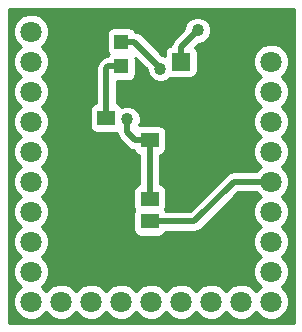
<source format=gbr>
G04 #@! TF.FileFunction,Copper,L2,Bot,Signal*
%FSLAX46Y46*%
G04 Gerber Fmt 4.6, Leading zero omitted, Abs format (unit mm)*
G04 Created by KiCad (PCBNEW 0.201512080931+6353~38~ubuntu14.04.1-stable) date Sun 13 Dec 2015 15:09:23 CET*
%MOMM*%
G01*
G04 APERTURE LIST*
%ADD10C,0.100000*%
%ADD11C,1.800000*%
%ADD12R,1.498600X1.300480*%
%ADD13R,1.501140X1.501140*%
%ADD14R,1.198880X1.198880*%
%ADD15C,1.035000*%
%ADD16C,0.254000*%
%ADD17C,0.500000*%
%ADD18C,0.250000*%
G04 APERTURE END LIST*
D10*
D11*
X138430000Y-92075000D03*
X138430000Y-94615000D03*
X138430000Y-97155000D03*
X138430000Y-99695000D03*
X138430000Y-102235000D03*
X138430000Y-104775000D03*
X138430000Y-107315000D03*
X138430000Y-109855000D03*
X138430000Y-112395000D03*
X138430000Y-114935000D03*
X140970000Y-114935000D03*
X143510000Y-114935000D03*
X146050000Y-114935000D03*
X148590000Y-114935000D03*
X151130000Y-114935000D03*
X153670000Y-114935000D03*
X156210000Y-114935000D03*
X158750000Y-112395000D03*
X158750000Y-109855000D03*
X158750000Y-107315000D03*
X158750000Y-104775000D03*
X158750000Y-102235000D03*
X158750000Y-99695000D03*
X158750000Y-97155000D03*
X158750000Y-94615000D03*
X158750000Y-114935000D03*
X158750000Y-92075000D03*
D12*
X148463000Y-108140500D03*
X148463000Y-106235500D03*
X148463000Y-101282500D03*
X148463000Y-99377500D03*
X144780000Y-99377500D03*
X144780000Y-101282500D03*
D13*
X151130000Y-94615000D03*
D14*
X146050000Y-92930980D03*
X146050000Y-95029020D03*
D15*
X153037314Y-109577890D03*
X140589000Y-111125000D03*
X146546812Y-99515018D03*
X149361914Y-95206706D03*
X152527000Y-91948000D03*
D16*
X145046700Y-101282500D02*
X144780000Y-101282500D01*
D17*
X148463000Y-101282500D02*
X148463000Y-106235500D01*
X146546812Y-100246873D02*
X146546812Y-99515018D01*
X146546812Y-100615612D02*
X146546812Y-100246873D01*
X148463000Y-101282500D02*
X147213700Y-101282500D01*
X147213700Y-101282500D02*
X146546812Y-100615612D01*
X149361914Y-95143454D02*
X149361914Y-95206706D01*
X147149440Y-92930980D02*
X149361914Y-95143454D01*
X146050000Y-92930980D02*
X147149440Y-92930980D01*
D16*
X146050000Y-93091000D02*
X146050000Y-92930980D01*
D17*
X151130000Y-94615000D02*
X151130000Y-93345000D01*
X151130000Y-93345000D02*
X152527000Y-91948000D01*
X146050000Y-95029020D02*
X144950560Y-95029020D01*
X144950560Y-95029020D02*
X144780000Y-95199580D01*
X144780000Y-95199580D02*
X144780000Y-98227260D01*
X144780000Y-98227260D02*
X144780000Y-99377500D01*
X155604098Y-104775000D02*
X152238598Y-108140500D01*
X152238598Y-108140500D02*
X148463000Y-108140500D01*
X158750000Y-104775000D02*
X155604098Y-104775000D01*
D18*
G36*
X160657000Y-116715000D02*
X136523000Y-116715000D01*
X136523000Y-92377011D01*
X136904735Y-92377011D01*
X137136414Y-92937715D01*
X137543323Y-93345335D01*
X137137921Y-93750029D01*
X136905265Y-94310328D01*
X136904735Y-94917011D01*
X137136414Y-95477715D01*
X137543323Y-95885335D01*
X137137921Y-96290029D01*
X136905265Y-96850328D01*
X136904735Y-97457011D01*
X137136414Y-98017715D01*
X137543323Y-98425335D01*
X137137921Y-98830029D01*
X136905265Y-99390328D01*
X136904735Y-99997011D01*
X137136414Y-100557715D01*
X137543323Y-100965335D01*
X137137921Y-101370029D01*
X136905265Y-101930328D01*
X136904735Y-102537011D01*
X137136414Y-103097715D01*
X137543323Y-103505335D01*
X137137921Y-103910029D01*
X136905265Y-104470328D01*
X136904735Y-105077011D01*
X137136414Y-105637715D01*
X137543323Y-106045335D01*
X137137921Y-106450029D01*
X136905265Y-107010328D01*
X136904735Y-107617011D01*
X137136414Y-108177715D01*
X137543323Y-108585335D01*
X137137921Y-108990029D01*
X136905265Y-109550328D01*
X136904735Y-110157011D01*
X137136414Y-110717715D01*
X137543323Y-111125335D01*
X137137921Y-111530029D01*
X136905265Y-112090328D01*
X136904735Y-112697011D01*
X137136414Y-113257715D01*
X137543323Y-113665335D01*
X137137921Y-114070029D01*
X136905265Y-114630328D01*
X136904735Y-115237011D01*
X137136414Y-115797715D01*
X137565029Y-116227079D01*
X138125328Y-116459735D01*
X138732011Y-116460265D01*
X139292715Y-116228586D01*
X139700335Y-115821677D01*
X140105029Y-116227079D01*
X140665328Y-116459735D01*
X141272011Y-116460265D01*
X141832715Y-116228586D01*
X142240335Y-115821677D01*
X142645029Y-116227079D01*
X143205328Y-116459735D01*
X143812011Y-116460265D01*
X144372715Y-116228586D01*
X144780335Y-115821677D01*
X145185029Y-116227079D01*
X145745328Y-116459735D01*
X146352011Y-116460265D01*
X146912715Y-116228586D01*
X147320335Y-115821677D01*
X147725029Y-116227079D01*
X148285328Y-116459735D01*
X148892011Y-116460265D01*
X149452715Y-116228586D01*
X149860335Y-115821677D01*
X150265029Y-116227079D01*
X150825328Y-116459735D01*
X151432011Y-116460265D01*
X151992715Y-116228586D01*
X152400335Y-115821677D01*
X152805029Y-116227079D01*
X153365328Y-116459735D01*
X153972011Y-116460265D01*
X154532715Y-116228586D01*
X154940335Y-115821677D01*
X155345029Y-116227079D01*
X155905328Y-116459735D01*
X156512011Y-116460265D01*
X157072715Y-116228586D01*
X157480335Y-115821677D01*
X157885029Y-116227079D01*
X158445328Y-116459735D01*
X159052011Y-116460265D01*
X159612715Y-116228586D01*
X160042079Y-115799971D01*
X160274735Y-115239672D01*
X160275265Y-114632989D01*
X160043586Y-114072285D01*
X159636677Y-113664665D01*
X160042079Y-113259971D01*
X160274735Y-112699672D01*
X160275265Y-112092989D01*
X160043586Y-111532285D01*
X159636677Y-111124665D01*
X160042079Y-110719971D01*
X160274735Y-110159672D01*
X160275265Y-109552989D01*
X160043586Y-108992285D01*
X159636677Y-108584665D01*
X160042079Y-108179971D01*
X160274735Y-107619672D01*
X160275265Y-107012989D01*
X160043586Y-106452285D01*
X159636677Y-106044665D01*
X160042079Y-105639971D01*
X160274735Y-105079672D01*
X160275265Y-104472989D01*
X160043586Y-103912285D01*
X159636677Y-103504665D01*
X160042079Y-103099971D01*
X160274735Y-102539672D01*
X160275265Y-101932989D01*
X160043586Y-101372285D01*
X159636677Y-100964665D01*
X160042079Y-100559971D01*
X160274735Y-99999672D01*
X160275265Y-99392989D01*
X160043586Y-98832285D01*
X159636677Y-98424665D01*
X160042079Y-98019971D01*
X160274735Y-97459672D01*
X160275265Y-96852989D01*
X160043586Y-96292285D01*
X159636677Y-95884665D01*
X160042079Y-95479971D01*
X160274735Y-94919672D01*
X160275265Y-94312989D01*
X160043586Y-93752285D01*
X159614971Y-93322921D01*
X159054672Y-93090265D01*
X158447989Y-93089735D01*
X157887285Y-93321414D01*
X157457921Y-93750029D01*
X157225265Y-94310328D01*
X157224735Y-94917011D01*
X157456414Y-95477715D01*
X157863323Y-95885335D01*
X157457921Y-96290029D01*
X157225265Y-96850328D01*
X157224735Y-97457011D01*
X157456414Y-98017715D01*
X157863323Y-98425335D01*
X157457921Y-98830029D01*
X157225265Y-99390328D01*
X157224735Y-99997011D01*
X157456414Y-100557715D01*
X157863323Y-100965335D01*
X157457921Y-101370029D01*
X157225265Y-101930328D01*
X157224735Y-102537011D01*
X157456414Y-103097715D01*
X157863323Y-103505335D01*
X157467968Y-103900000D01*
X155604098Y-103900000D01*
X155269250Y-103966605D01*
X154985380Y-104156281D01*
X151876162Y-107265500D01*
X149807252Y-107265500D01*
X149805963Y-107258649D01*
X149761331Y-107189289D01*
X149799338Y-107133664D01*
X149849544Y-106885740D01*
X149849544Y-105585260D01*
X149805963Y-105353649D01*
X149669081Y-105140928D01*
X149460224Y-104998222D01*
X149338000Y-104973471D01*
X149338000Y-102546332D01*
X149443911Y-102526403D01*
X149656632Y-102389521D01*
X149799338Y-102180664D01*
X149849544Y-101932740D01*
X149849544Y-100632260D01*
X149805963Y-100400649D01*
X149669081Y-100187928D01*
X149460224Y-100045222D01*
X149212300Y-99995016D01*
X147713700Y-99995016D01*
X147573637Y-100021371D01*
X147689113Y-99743272D01*
X147689510Y-99288758D01*
X147515941Y-98868689D01*
X147194831Y-98547018D01*
X146775066Y-98372717D01*
X146320552Y-98372320D01*
X146101772Y-98462718D01*
X145986081Y-98282928D01*
X145777224Y-98140222D01*
X145655000Y-98115471D01*
X145655000Y-96265704D01*
X146649440Y-96265704D01*
X146881051Y-96222123D01*
X147093772Y-96085241D01*
X147236478Y-95876384D01*
X147286684Y-95628460D01*
X147286684Y-94429580D01*
X147257962Y-94276939D01*
X148219386Y-95238363D01*
X148219216Y-95432966D01*
X148392785Y-95853035D01*
X148713895Y-96174706D01*
X149133660Y-96349007D01*
X149588174Y-96349404D01*
X150008243Y-96175835D01*
X150214936Y-95969503D01*
X150379430Y-96002814D01*
X151880570Y-96002814D01*
X152112181Y-95959233D01*
X152324902Y-95822351D01*
X152467608Y-95613494D01*
X152517814Y-95365570D01*
X152517814Y-93864430D01*
X152474233Y-93632819D01*
X152337351Y-93420098D01*
X152310610Y-93401827D01*
X152621853Y-93090583D01*
X152753260Y-93090698D01*
X153173329Y-92917129D01*
X153495000Y-92596019D01*
X153669301Y-92176254D01*
X153669698Y-91721740D01*
X153496129Y-91301671D01*
X153175019Y-90980000D01*
X152755254Y-90805699D01*
X152300740Y-90805302D01*
X151880671Y-90978871D01*
X151559000Y-91299981D01*
X151384699Y-91719746D01*
X151384583Y-91852981D01*
X150511282Y-92726282D01*
X150321605Y-93010152D01*
X150274507Y-93246929D01*
X150147819Y-93270767D01*
X149935098Y-93407649D01*
X149792392Y-93616506D01*
X149742186Y-93864430D01*
X149742186Y-94127528D01*
X149590168Y-94064405D01*
X149520241Y-94064344D01*
X147768158Y-92312262D01*
X147484288Y-92122585D01*
X147224420Y-92070894D01*
X147106221Y-91887208D01*
X146897364Y-91744502D01*
X146649440Y-91694296D01*
X145450560Y-91694296D01*
X145218949Y-91737877D01*
X145006228Y-91874759D01*
X144863522Y-92083616D01*
X144813316Y-92331540D01*
X144813316Y-93530420D01*
X144856897Y-93762031D01*
X144993779Y-93974752D01*
X145001356Y-93979929D01*
X144871685Y-94169709D01*
X144618859Y-94219999D01*
X144615712Y-94220625D01*
X144331841Y-94410302D01*
X144161282Y-94580862D01*
X143971605Y-94864732D01*
X143905000Y-95199580D01*
X143905000Y-98113668D01*
X143799089Y-98133597D01*
X143586368Y-98270479D01*
X143443662Y-98479336D01*
X143393456Y-98727260D01*
X143393456Y-100027740D01*
X143437037Y-100259351D01*
X143573919Y-100472072D01*
X143782776Y-100614778D01*
X144030700Y-100664984D01*
X145529300Y-100664984D01*
X145676137Y-100637355D01*
X145690640Y-100710265D01*
X145738417Y-100950460D01*
X145928094Y-101234330D01*
X146594982Y-101901218D01*
X146878852Y-102090895D01*
X147115056Y-102137879D01*
X147120037Y-102164351D01*
X147256919Y-102377072D01*
X147465776Y-102519778D01*
X147588000Y-102544529D01*
X147588000Y-104971668D01*
X147482089Y-104991597D01*
X147269368Y-105128479D01*
X147126662Y-105337336D01*
X147076456Y-105585260D01*
X147076456Y-106885740D01*
X147120037Y-107117351D01*
X147164669Y-107186711D01*
X147126662Y-107242336D01*
X147076456Y-107490260D01*
X147076456Y-108790740D01*
X147120037Y-109022351D01*
X147256919Y-109235072D01*
X147465776Y-109377778D01*
X147713700Y-109427984D01*
X149212300Y-109427984D01*
X149443911Y-109384403D01*
X149656632Y-109247521D01*
X149799338Y-109038664D01*
X149804029Y-109015500D01*
X152238598Y-109015500D01*
X152573446Y-108948895D01*
X152857316Y-108759218D01*
X155966535Y-105650000D01*
X157468678Y-105650000D01*
X157863323Y-106045335D01*
X157457921Y-106450029D01*
X157225265Y-107010328D01*
X157224735Y-107617011D01*
X157456414Y-108177715D01*
X157863323Y-108585335D01*
X157457921Y-108990029D01*
X157225265Y-109550328D01*
X157224735Y-110157011D01*
X157456414Y-110717715D01*
X157863323Y-111125335D01*
X157457921Y-111530029D01*
X157225265Y-112090328D01*
X157224735Y-112697011D01*
X157456414Y-113257715D01*
X157863323Y-113665335D01*
X157479665Y-114048323D01*
X157074971Y-113642921D01*
X156514672Y-113410265D01*
X155907989Y-113409735D01*
X155347285Y-113641414D01*
X154939665Y-114048323D01*
X154534971Y-113642921D01*
X153974672Y-113410265D01*
X153367989Y-113409735D01*
X152807285Y-113641414D01*
X152399665Y-114048323D01*
X151994971Y-113642921D01*
X151434672Y-113410265D01*
X150827989Y-113409735D01*
X150267285Y-113641414D01*
X149859665Y-114048323D01*
X149454971Y-113642921D01*
X148894672Y-113410265D01*
X148287989Y-113409735D01*
X147727285Y-113641414D01*
X147319665Y-114048323D01*
X146914971Y-113642921D01*
X146354672Y-113410265D01*
X145747989Y-113409735D01*
X145187285Y-113641414D01*
X144779665Y-114048323D01*
X144374971Y-113642921D01*
X143814672Y-113410265D01*
X143207989Y-113409735D01*
X142647285Y-113641414D01*
X142239665Y-114048323D01*
X141834971Y-113642921D01*
X141274672Y-113410265D01*
X140667989Y-113409735D01*
X140107285Y-113641414D01*
X139699665Y-114048323D01*
X139316677Y-113664665D01*
X139722079Y-113259971D01*
X139954735Y-112699672D01*
X139955265Y-112092989D01*
X139723586Y-111532285D01*
X139316677Y-111124665D01*
X139722079Y-110719971D01*
X139954735Y-110159672D01*
X139955265Y-109552989D01*
X139723586Y-108992285D01*
X139316677Y-108584665D01*
X139722079Y-108179971D01*
X139954735Y-107619672D01*
X139955265Y-107012989D01*
X139723586Y-106452285D01*
X139316677Y-106044665D01*
X139722079Y-105639971D01*
X139954735Y-105079672D01*
X139955265Y-104472989D01*
X139723586Y-103912285D01*
X139316677Y-103504665D01*
X139722079Y-103099971D01*
X139954735Y-102539672D01*
X139955265Y-101932989D01*
X139723586Y-101372285D01*
X139316677Y-100964665D01*
X139722079Y-100559971D01*
X139954735Y-99999672D01*
X139955265Y-99392989D01*
X139723586Y-98832285D01*
X139316677Y-98424665D01*
X139722079Y-98019971D01*
X139954735Y-97459672D01*
X139955265Y-96852989D01*
X139723586Y-96292285D01*
X139316677Y-95884665D01*
X139722079Y-95479971D01*
X139954735Y-94919672D01*
X139955265Y-94312989D01*
X139723586Y-93752285D01*
X139316677Y-93344665D01*
X139722079Y-92939971D01*
X139954735Y-92379672D01*
X139955265Y-91772989D01*
X139723586Y-91212285D01*
X139294971Y-90782921D01*
X138734672Y-90550265D01*
X138127989Y-90549735D01*
X137567285Y-90781414D01*
X137137921Y-91210029D01*
X136905265Y-91770328D01*
X136904735Y-92377011D01*
X136523000Y-92377011D01*
X136523000Y-90168000D01*
X160657000Y-90168000D01*
X160657000Y-116715000D01*
X160657000Y-116715000D01*
G37*
X160657000Y-116715000D02*
X136523000Y-116715000D01*
X136523000Y-92377011D01*
X136904735Y-92377011D01*
X137136414Y-92937715D01*
X137543323Y-93345335D01*
X137137921Y-93750029D01*
X136905265Y-94310328D01*
X136904735Y-94917011D01*
X137136414Y-95477715D01*
X137543323Y-95885335D01*
X137137921Y-96290029D01*
X136905265Y-96850328D01*
X136904735Y-97457011D01*
X137136414Y-98017715D01*
X137543323Y-98425335D01*
X137137921Y-98830029D01*
X136905265Y-99390328D01*
X136904735Y-99997011D01*
X137136414Y-100557715D01*
X137543323Y-100965335D01*
X137137921Y-101370029D01*
X136905265Y-101930328D01*
X136904735Y-102537011D01*
X137136414Y-103097715D01*
X137543323Y-103505335D01*
X137137921Y-103910029D01*
X136905265Y-104470328D01*
X136904735Y-105077011D01*
X137136414Y-105637715D01*
X137543323Y-106045335D01*
X137137921Y-106450029D01*
X136905265Y-107010328D01*
X136904735Y-107617011D01*
X137136414Y-108177715D01*
X137543323Y-108585335D01*
X137137921Y-108990029D01*
X136905265Y-109550328D01*
X136904735Y-110157011D01*
X137136414Y-110717715D01*
X137543323Y-111125335D01*
X137137921Y-111530029D01*
X136905265Y-112090328D01*
X136904735Y-112697011D01*
X137136414Y-113257715D01*
X137543323Y-113665335D01*
X137137921Y-114070029D01*
X136905265Y-114630328D01*
X136904735Y-115237011D01*
X137136414Y-115797715D01*
X137565029Y-116227079D01*
X138125328Y-116459735D01*
X138732011Y-116460265D01*
X139292715Y-116228586D01*
X139700335Y-115821677D01*
X140105029Y-116227079D01*
X140665328Y-116459735D01*
X141272011Y-116460265D01*
X141832715Y-116228586D01*
X142240335Y-115821677D01*
X142645029Y-116227079D01*
X143205328Y-116459735D01*
X143812011Y-116460265D01*
X144372715Y-116228586D01*
X144780335Y-115821677D01*
X145185029Y-116227079D01*
X145745328Y-116459735D01*
X146352011Y-116460265D01*
X146912715Y-116228586D01*
X147320335Y-115821677D01*
X147725029Y-116227079D01*
X148285328Y-116459735D01*
X148892011Y-116460265D01*
X149452715Y-116228586D01*
X149860335Y-115821677D01*
X150265029Y-116227079D01*
X150825328Y-116459735D01*
X151432011Y-116460265D01*
X151992715Y-116228586D01*
X152400335Y-115821677D01*
X152805029Y-116227079D01*
X153365328Y-116459735D01*
X153972011Y-116460265D01*
X154532715Y-116228586D01*
X154940335Y-115821677D01*
X155345029Y-116227079D01*
X155905328Y-116459735D01*
X156512011Y-116460265D01*
X157072715Y-116228586D01*
X157480335Y-115821677D01*
X157885029Y-116227079D01*
X158445328Y-116459735D01*
X159052011Y-116460265D01*
X159612715Y-116228586D01*
X160042079Y-115799971D01*
X160274735Y-115239672D01*
X160275265Y-114632989D01*
X160043586Y-114072285D01*
X159636677Y-113664665D01*
X160042079Y-113259971D01*
X160274735Y-112699672D01*
X160275265Y-112092989D01*
X160043586Y-111532285D01*
X159636677Y-111124665D01*
X160042079Y-110719971D01*
X160274735Y-110159672D01*
X160275265Y-109552989D01*
X160043586Y-108992285D01*
X159636677Y-108584665D01*
X160042079Y-108179971D01*
X160274735Y-107619672D01*
X160275265Y-107012989D01*
X160043586Y-106452285D01*
X159636677Y-106044665D01*
X160042079Y-105639971D01*
X160274735Y-105079672D01*
X160275265Y-104472989D01*
X160043586Y-103912285D01*
X159636677Y-103504665D01*
X160042079Y-103099971D01*
X160274735Y-102539672D01*
X160275265Y-101932989D01*
X160043586Y-101372285D01*
X159636677Y-100964665D01*
X160042079Y-100559971D01*
X160274735Y-99999672D01*
X160275265Y-99392989D01*
X160043586Y-98832285D01*
X159636677Y-98424665D01*
X160042079Y-98019971D01*
X160274735Y-97459672D01*
X160275265Y-96852989D01*
X160043586Y-96292285D01*
X159636677Y-95884665D01*
X160042079Y-95479971D01*
X160274735Y-94919672D01*
X160275265Y-94312989D01*
X160043586Y-93752285D01*
X159614971Y-93322921D01*
X159054672Y-93090265D01*
X158447989Y-93089735D01*
X157887285Y-93321414D01*
X157457921Y-93750029D01*
X157225265Y-94310328D01*
X157224735Y-94917011D01*
X157456414Y-95477715D01*
X157863323Y-95885335D01*
X157457921Y-96290029D01*
X157225265Y-96850328D01*
X157224735Y-97457011D01*
X157456414Y-98017715D01*
X157863323Y-98425335D01*
X157457921Y-98830029D01*
X157225265Y-99390328D01*
X157224735Y-99997011D01*
X157456414Y-100557715D01*
X157863323Y-100965335D01*
X157457921Y-101370029D01*
X157225265Y-101930328D01*
X157224735Y-102537011D01*
X157456414Y-103097715D01*
X157863323Y-103505335D01*
X157467968Y-103900000D01*
X155604098Y-103900000D01*
X155269250Y-103966605D01*
X154985380Y-104156281D01*
X151876162Y-107265500D01*
X149807252Y-107265500D01*
X149805963Y-107258649D01*
X149761331Y-107189289D01*
X149799338Y-107133664D01*
X149849544Y-106885740D01*
X149849544Y-105585260D01*
X149805963Y-105353649D01*
X149669081Y-105140928D01*
X149460224Y-104998222D01*
X149338000Y-104973471D01*
X149338000Y-102546332D01*
X149443911Y-102526403D01*
X149656632Y-102389521D01*
X149799338Y-102180664D01*
X149849544Y-101932740D01*
X149849544Y-100632260D01*
X149805963Y-100400649D01*
X149669081Y-100187928D01*
X149460224Y-100045222D01*
X149212300Y-99995016D01*
X147713700Y-99995016D01*
X147573637Y-100021371D01*
X147689113Y-99743272D01*
X147689510Y-99288758D01*
X147515941Y-98868689D01*
X147194831Y-98547018D01*
X146775066Y-98372717D01*
X146320552Y-98372320D01*
X146101772Y-98462718D01*
X145986081Y-98282928D01*
X145777224Y-98140222D01*
X145655000Y-98115471D01*
X145655000Y-96265704D01*
X146649440Y-96265704D01*
X146881051Y-96222123D01*
X147093772Y-96085241D01*
X147236478Y-95876384D01*
X147286684Y-95628460D01*
X147286684Y-94429580D01*
X147257962Y-94276939D01*
X148219386Y-95238363D01*
X148219216Y-95432966D01*
X148392785Y-95853035D01*
X148713895Y-96174706D01*
X149133660Y-96349007D01*
X149588174Y-96349404D01*
X150008243Y-96175835D01*
X150214936Y-95969503D01*
X150379430Y-96002814D01*
X151880570Y-96002814D01*
X152112181Y-95959233D01*
X152324902Y-95822351D01*
X152467608Y-95613494D01*
X152517814Y-95365570D01*
X152517814Y-93864430D01*
X152474233Y-93632819D01*
X152337351Y-93420098D01*
X152310610Y-93401827D01*
X152621853Y-93090583D01*
X152753260Y-93090698D01*
X153173329Y-92917129D01*
X153495000Y-92596019D01*
X153669301Y-92176254D01*
X153669698Y-91721740D01*
X153496129Y-91301671D01*
X153175019Y-90980000D01*
X152755254Y-90805699D01*
X152300740Y-90805302D01*
X151880671Y-90978871D01*
X151559000Y-91299981D01*
X151384699Y-91719746D01*
X151384583Y-91852981D01*
X150511282Y-92726282D01*
X150321605Y-93010152D01*
X150274507Y-93246929D01*
X150147819Y-93270767D01*
X149935098Y-93407649D01*
X149792392Y-93616506D01*
X149742186Y-93864430D01*
X149742186Y-94127528D01*
X149590168Y-94064405D01*
X149520241Y-94064344D01*
X147768158Y-92312262D01*
X147484288Y-92122585D01*
X147224420Y-92070894D01*
X147106221Y-91887208D01*
X146897364Y-91744502D01*
X146649440Y-91694296D01*
X145450560Y-91694296D01*
X145218949Y-91737877D01*
X145006228Y-91874759D01*
X144863522Y-92083616D01*
X144813316Y-92331540D01*
X144813316Y-93530420D01*
X144856897Y-93762031D01*
X144993779Y-93974752D01*
X145001356Y-93979929D01*
X144871685Y-94169709D01*
X144618859Y-94219999D01*
X144615712Y-94220625D01*
X144331841Y-94410302D01*
X144161282Y-94580862D01*
X143971605Y-94864732D01*
X143905000Y-95199580D01*
X143905000Y-98113668D01*
X143799089Y-98133597D01*
X143586368Y-98270479D01*
X143443662Y-98479336D01*
X143393456Y-98727260D01*
X143393456Y-100027740D01*
X143437037Y-100259351D01*
X143573919Y-100472072D01*
X143782776Y-100614778D01*
X144030700Y-100664984D01*
X145529300Y-100664984D01*
X145676137Y-100637355D01*
X145690640Y-100710265D01*
X145738417Y-100950460D01*
X145928094Y-101234330D01*
X146594982Y-101901218D01*
X146878852Y-102090895D01*
X147115056Y-102137879D01*
X147120037Y-102164351D01*
X147256919Y-102377072D01*
X147465776Y-102519778D01*
X147588000Y-102544529D01*
X147588000Y-104971668D01*
X147482089Y-104991597D01*
X147269368Y-105128479D01*
X147126662Y-105337336D01*
X147076456Y-105585260D01*
X147076456Y-106885740D01*
X147120037Y-107117351D01*
X147164669Y-107186711D01*
X147126662Y-107242336D01*
X147076456Y-107490260D01*
X147076456Y-108790740D01*
X147120037Y-109022351D01*
X147256919Y-109235072D01*
X147465776Y-109377778D01*
X147713700Y-109427984D01*
X149212300Y-109427984D01*
X149443911Y-109384403D01*
X149656632Y-109247521D01*
X149799338Y-109038664D01*
X149804029Y-109015500D01*
X152238598Y-109015500D01*
X152573446Y-108948895D01*
X152857316Y-108759218D01*
X155966535Y-105650000D01*
X157468678Y-105650000D01*
X157863323Y-106045335D01*
X157457921Y-106450029D01*
X157225265Y-107010328D01*
X157224735Y-107617011D01*
X157456414Y-108177715D01*
X157863323Y-108585335D01*
X157457921Y-108990029D01*
X157225265Y-109550328D01*
X157224735Y-110157011D01*
X157456414Y-110717715D01*
X157863323Y-111125335D01*
X157457921Y-111530029D01*
X157225265Y-112090328D01*
X157224735Y-112697011D01*
X157456414Y-113257715D01*
X157863323Y-113665335D01*
X157479665Y-114048323D01*
X157074971Y-113642921D01*
X156514672Y-113410265D01*
X155907989Y-113409735D01*
X155347285Y-113641414D01*
X154939665Y-114048323D01*
X154534971Y-113642921D01*
X153974672Y-113410265D01*
X153367989Y-113409735D01*
X152807285Y-113641414D01*
X152399665Y-114048323D01*
X151994971Y-113642921D01*
X151434672Y-113410265D01*
X150827989Y-113409735D01*
X150267285Y-113641414D01*
X149859665Y-114048323D01*
X149454971Y-113642921D01*
X148894672Y-113410265D01*
X148287989Y-113409735D01*
X147727285Y-113641414D01*
X147319665Y-114048323D01*
X146914971Y-113642921D01*
X146354672Y-113410265D01*
X145747989Y-113409735D01*
X145187285Y-113641414D01*
X144779665Y-114048323D01*
X144374971Y-113642921D01*
X143814672Y-113410265D01*
X143207989Y-113409735D01*
X142647285Y-113641414D01*
X142239665Y-114048323D01*
X141834971Y-113642921D01*
X141274672Y-113410265D01*
X140667989Y-113409735D01*
X140107285Y-113641414D01*
X139699665Y-114048323D01*
X139316677Y-113664665D01*
X139722079Y-113259971D01*
X139954735Y-112699672D01*
X139955265Y-112092989D01*
X139723586Y-111532285D01*
X139316677Y-111124665D01*
X139722079Y-110719971D01*
X139954735Y-110159672D01*
X139955265Y-109552989D01*
X139723586Y-108992285D01*
X139316677Y-108584665D01*
X139722079Y-108179971D01*
X139954735Y-107619672D01*
X139955265Y-107012989D01*
X139723586Y-106452285D01*
X139316677Y-106044665D01*
X139722079Y-105639971D01*
X139954735Y-105079672D01*
X139955265Y-104472989D01*
X139723586Y-103912285D01*
X139316677Y-103504665D01*
X139722079Y-103099971D01*
X139954735Y-102539672D01*
X139955265Y-101932989D01*
X139723586Y-101372285D01*
X139316677Y-100964665D01*
X139722079Y-100559971D01*
X139954735Y-99999672D01*
X139955265Y-99392989D01*
X139723586Y-98832285D01*
X139316677Y-98424665D01*
X139722079Y-98019971D01*
X139954735Y-97459672D01*
X139955265Y-96852989D01*
X139723586Y-96292285D01*
X139316677Y-95884665D01*
X139722079Y-95479971D01*
X139954735Y-94919672D01*
X139955265Y-94312989D01*
X139723586Y-93752285D01*
X139316677Y-93344665D01*
X139722079Y-92939971D01*
X139954735Y-92379672D01*
X139955265Y-91772989D01*
X139723586Y-91212285D01*
X139294971Y-90782921D01*
X138734672Y-90550265D01*
X138127989Y-90549735D01*
X137567285Y-90781414D01*
X137137921Y-91210029D01*
X136905265Y-91770328D01*
X136904735Y-92377011D01*
X136523000Y-92377011D01*
X136523000Y-90168000D01*
X160657000Y-90168000D01*
X160657000Y-116715000D01*
M02*

</source>
